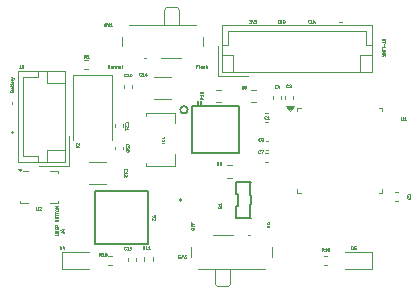
<source format=gbr>
%TF.GenerationSoftware,KiCad,Pcbnew,8.0.5*%
%TF.CreationDate,2025-02-24T18:35:13+02:00*%
%TF.ProjectId,UVCleanPCB,5556436c-6561-46e5-9043-422e6b696361,rev?*%
%TF.SameCoordinates,Original*%
%TF.FileFunction,Legend,Top*%
%TF.FilePolarity,Positive*%
%FSLAX46Y46*%
G04 Gerber Fmt 4.6, Leading zero omitted, Abs format (unit mm)*
G04 Created by KiCad (PCBNEW 8.0.5) date 2025-02-24 18:35:13*
%MOMM*%
%LPD*%
G01*
G04 APERTURE LIST*
%ADD10C,0.050000*%
%ADD11C,0.062500*%
%ADD12C,0.120000*%
%ADD13C,0.203200*%
%ADD14C,0.127000*%
%ADD15C,0.200000*%
%ADD16C,0.100000*%
%ADD17C,0.152400*%
G04 APERTURE END LIST*
D10*
X182842857Y-64423054D02*
X182842857Y-64173054D01*
X182842857Y-64173054D02*
X182985714Y-64423054D01*
X182985714Y-64423054D02*
X182985714Y-64173054D01*
X183140477Y-64423054D02*
X183116667Y-64411150D01*
X183116667Y-64411150D02*
X183104762Y-64399245D01*
X183104762Y-64399245D02*
X183092858Y-64375435D01*
X183092858Y-64375435D02*
X183092858Y-64304007D01*
X183092858Y-64304007D02*
X183104762Y-64280197D01*
X183104762Y-64280197D02*
X183116667Y-64268292D01*
X183116667Y-64268292D02*
X183140477Y-64256388D01*
X183140477Y-64256388D02*
X183176191Y-64256388D01*
X183176191Y-64256388D02*
X183200000Y-64268292D01*
X183200000Y-64268292D02*
X183211905Y-64280197D01*
X183211905Y-64280197D02*
X183223810Y-64304007D01*
X183223810Y-64304007D02*
X183223810Y-64375435D01*
X183223810Y-64375435D02*
X183211905Y-64399245D01*
X183211905Y-64399245D02*
X183200000Y-64411150D01*
X183200000Y-64411150D02*
X183176191Y-64423054D01*
X183176191Y-64423054D02*
X183140477Y-64423054D01*
X183330952Y-64423054D02*
X183330952Y-64256388D01*
X183330952Y-64304007D02*
X183342857Y-64280197D01*
X183342857Y-64280197D02*
X183354762Y-64268292D01*
X183354762Y-64268292D02*
X183378571Y-64256388D01*
X183378571Y-64256388D02*
X183402381Y-64256388D01*
X183485714Y-64423054D02*
X183485714Y-64256388D01*
X183485714Y-64280197D02*
X183497619Y-64268292D01*
X183497619Y-64268292D02*
X183521429Y-64256388D01*
X183521429Y-64256388D02*
X183557143Y-64256388D01*
X183557143Y-64256388D02*
X183580952Y-64268292D01*
X183580952Y-64268292D02*
X183592857Y-64292102D01*
X183592857Y-64292102D02*
X183592857Y-64423054D01*
X183592857Y-64292102D02*
X183604762Y-64268292D01*
X183604762Y-64268292D02*
X183628571Y-64256388D01*
X183628571Y-64256388D02*
X183664286Y-64256388D01*
X183664286Y-64256388D02*
X183688095Y-64268292D01*
X183688095Y-64268292D02*
X183700000Y-64292102D01*
X183700000Y-64292102D02*
X183700000Y-64423054D01*
X183926190Y-64423054D02*
X183926190Y-64292102D01*
X183926190Y-64292102D02*
X183914285Y-64268292D01*
X183914285Y-64268292D02*
X183890476Y-64256388D01*
X183890476Y-64256388D02*
X183842857Y-64256388D01*
X183842857Y-64256388D02*
X183819047Y-64268292D01*
X183926190Y-64411150D02*
X183902381Y-64423054D01*
X183902381Y-64423054D02*
X183842857Y-64423054D01*
X183842857Y-64423054D02*
X183819047Y-64411150D01*
X183819047Y-64411150D02*
X183807143Y-64387340D01*
X183807143Y-64387340D02*
X183807143Y-64363530D01*
X183807143Y-64363530D02*
X183819047Y-64339721D01*
X183819047Y-64339721D02*
X183842857Y-64327816D01*
X183842857Y-64327816D02*
X183902381Y-64327816D01*
X183902381Y-64327816D02*
X183926190Y-64315911D01*
X184080952Y-64423054D02*
X184057142Y-64411150D01*
X184057142Y-64411150D02*
X184045237Y-64387340D01*
X184045237Y-64387340D02*
X184045237Y-64173054D01*
X190452858Y-64252102D02*
X190369524Y-64252102D01*
X190369524Y-64383054D02*
X190369524Y-64133054D01*
X190369524Y-64133054D02*
X190488572Y-64133054D01*
X190619525Y-64383054D02*
X190595715Y-64371150D01*
X190595715Y-64371150D02*
X190583810Y-64347340D01*
X190583810Y-64347340D02*
X190583810Y-64133054D01*
X190821905Y-64383054D02*
X190821905Y-64252102D01*
X190821905Y-64252102D02*
X190810000Y-64228292D01*
X190810000Y-64228292D02*
X190786191Y-64216388D01*
X190786191Y-64216388D02*
X190738572Y-64216388D01*
X190738572Y-64216388D02*
X190714762Y-64228292D01*
X190821905Y-64371150D02*
X190798096Y-64383054D01*
X190798096Y-64383054D02*
X190738572Y-64383054D01*
X190738572Y-64383054D02*
X190714762Y-64371150D01*
X190714762Y-64371150D02*
X190702858Y-64347340D01*
X190702858Y-64347340D02*
X190702858Y-64323530D01*
X190702858Y-64323530D02*
X190714762Y-64299721D01*
X190714762Y-64299721D02*
X190738572Y-64287816D01*
X190738572Y-64287816D02*
X190798096Y-64287816D01*
X190798096Y-64287816D02*
X190821905Y-64275911D01*
X190929048Y-64371150D02*
X190952857Y-64383054D01*
X190952857Y-64383054D02*
X191000476Y-64383054D01*
X191000476Y-64383054D02*
X191024286Y-64371150D01*
X191024286Y-64371150D02*
X191036190Y-64347340D01*
X191036190Y-64347340D02*
X191036190Y-64335435D01*
X191036190Y-64335435D02*
X191024286Y-64311626D01*
X191024286Y-64311626D02*
X191000476Y-64299721D01*
X191000476Y-64299721D02*
X190964762Y-64299721D01*
X190964762Y-64299721D02*
X190940952Y-64287816D01*
X190940952Y-64287816D02*
X190929048Y-64264007D01*
X190929048Y-64264007D02*
X190929048Y-64252102D01*
X190929048Y-64252102D02*
X190940952Y-64228292D01*
X190940952Y-64228292D02*
X190964762Y-64216388D01*
X190964762Y-64216388D02*
X191000476Y-64216388D01*
X191000476Y-64216388D02*
X191024286Y-64228292D01*
X191143333Y-64383054D02*
X191143333Y-64133054D01*
X191250476Y-64383054D02*
X191250476Y-64252102D01*
X191250476Y-64252102D02*
X191238571Y-64228292D01*
X191238571Y-64228292D02*
X191214762Y-64216388D01*
X191214762Y-64216388D02*
X191179048Y-64216388D01*
X191179048Y-64216388D02*
X191155238Y-64228292D01*
X191155238Y-64228292D02*
X191143333Y-64240197D01*
D11*
X179044726Y-78411262D02*
X179044726Y-78292215D01*
X179116154Y-78435072D02*
X178866154Y-78351739D01*
X178866154Y-78351739D02*
X179116154Y-78268405D01*
X178949488Y-78077929D02*
X179116154Y-78077929D01*
X178854250Y-78137453D02*
X179032821Y-78196976D01*
X179032821Y-78196976D02*
X179032821Y-78042215D01*
X189896154Y-78041739D02*
X189896154Y-77994120D01*
X189896154Y-77994120D02*
X189908059Y-77970310D01*
X189908059Y-77970310D02*
X189931869Y-77946501D01*
X189931869Y-77946501D02*
X189979488Y-77934596D01*
X189979488Y-77934596D02*
X190062821Y-77934596D01*
X190062821Y-77934596D02*
X190110440Y-77946501D01*
X190110440Y-77946501D02*
X190134250Y-77970310D01*
X190134250Y-77970310D02*
X190146154Y-77994120D01*
X190146154Y-77994120D02*
X190146154Y-78041739D01*
X190146154Y-78041739D02*
X190134250Y-78065548D01*
X190134250Y-78065548D02*
X190110440Y-78089358D01*
X190110440Y-78089358D02*
X190062821Y-78101262D01*
X190062821Y-78101262D02*
X189979488Y-78101262D01*
X189979488Y-78101262D02*
X189931869Y-78089358D01*
X189931869Y-78089358D02*
X189908059Y-78065548D01*
X189908059Y-78065548D02*
X189896154Y-78041739D01*
X190015202Y-77744119D02*
X190015202Y-77827453D01*
X190146154Y-77827453D02*
X189896154Y-77827453D01*
X189896154Y-77827453D02*
X189896154Y-77708405D01*
X190015202Y-77529833D02*
X190015202Y-77613167D01*
X190146154Y-77613167D02*
X189896154Y-77613167D01*
X189896154Y-77613167D02*
X189896154Y-77494119D01*
X196553845Y-77558260D02*
X196553845Y-77605879D01*
X196553845Y-77605879D02*
X196541940Y-77629689D01*
X196541940Y-77629689D02*
X196518130Y-77653498D01*
X196518130Y-77653498D02*
X196470511Y-77665403D01*
X196470511Y-77665403D02*
X196387178Y-77665403D01*
X196387178Y-77665403D02*
X196339559Y-77653498D01*
X196339559Y-77653498D02*
X196315750Y-77629689D01*
X196315750Y-77629689D02*
X196303845Y-77605879D01*
X196303845Y-77605879D02*
X196303845Y-77558260D01*
X196303845Y-77558260D02*
X196315750Y-77534451D01*
X196315750Y-77534451D02*
X196339559Y-77510641D01*
X196339559Y-77510641D02*
X196387178Y-77498737D01*
X196387178Y-77498737D02*
X196470511Y-77498737D01*
X196470511Y-77498737D02*
X196518130Y-77510641D01*
X196518130Y-77510641D02*
X196541940Y-77534451D01*
X196541940Y-77534451D02*
X196553845Y-77558260D01*
X196303845Y-77772546D02*
X196553845Y-77772546D01*
X196553845Y-77772546D02*
X196303845Y-77915403D01*
X196303845Y-77915403D02*
X196553845Y-77915403D01*
D10*
X190379523Y-67233054D02*
X190379523Y-67435435D01*
X190379523Y-67435435D02*
X190391428Y-67459245D01*
X190391428Y-67459245D02*
X190403333Y-67471150D01*
X190403333Y-67471150D02*
X190427142Y-67483054D01*
X190427142Y-67483054D02*
X190474761Y-67483054D01*
X190474761Y-67483054D02*
X190498571Y-67471150D01*
X190498571Y-67471150D02*
X190510476Y-67459245D01*
X190510476Y-67459245D02*
X190522380Y-67435435D01*
X190522380Y-67435435D02*
X190522380Y-67233054D01*
X190748571Y-67233054D02*
X190700952Y-67233054D01*
X190700952Y-67233054D02*
X190677143Y-67244959D01*
X190677143Y-67244959D02*
X190665238Y-67256864D01*
X190665238Y-67256864D02*
X190641428Y-67292578D01*
X190641428Y-67292578D02*
X190629524Y-67340197D01*
X190629524Y-67340197D02*
X190629524Y-67435435D01*
X190629524Y-67435435D02*
X190641428Y-67459245D01*
X190641428Y-67459245D02*
X190653333Y-67471150D01*
X190653333Y-67471150D02*
X190677143Y-67483054D01*
X190677143Y-67483054D02*
X190724762Y-67483054D01*
X190724762Y-67483054D02*
X190748571Y-67471150D01*
X190748571Y-67471150D02*
X190760476Y-67459245D01*
X190760476Y-67459245D02*
X190772381Y-67435435D01*
X190772381Y-67435435D02*
X190772381Y-67375911D01*
X190772381Y-67375911D02*
X190760476Y-67352102D01*
X190760476Y-67352102D02*
X190748571Y-67340197D01*
X190748571Y-67340197D02*
X190724762Y-67328292D01*
X190724762Y-67328292D02*
X190677143Y-67328292D01*
X190677143Y-67328292D02*
X190653333Y-67340197D01*
X190653333Y-67340197D02*
X190641428Y-67352102D01*
X190641428Y-67352102D02*
X190629524Y-67375911D01*
D11*
X178426154Y-78579358D02*
X178628535Y-78579358D01*
X178628535Y-78579358D02*
X178652345Y-78567453D01*
X178652345Y-78567453D02*
X178664250Y-78555548D01*
X178664250Y-78555548D02*
X178676154Y-78531739D01*
X178676154Y-78531739D02*
X178676154Y-78484120D01*
X178676154Y-78484120D02*
X178664250Y-78460310D01*
X178664250Y-78460310D02*
X178652345Y-78448405D01*
X178652345Y-78448405D02*
X178628535Y-78436501D01*
X178628535Y-78436501D02*
X178426154Y-78436501D01*
X178664250Y-78329357D02*
X178676154Y-78293643D01*
X178676154Y-78293643D02*
X178676154Y-78234119D01*
X178676154Y-78234119D02*
X178664250Y-78210310D01*
X178664250Y-78210310D02*
X178652345Y-78198405D01*
X178652345Y-78198405D02*
X178628535Y-78186500D01*
X178628535Y-78186500D02*
X178604726Y-78186500D01*
X178604726Y-78186500D02*
X178580916Y-78198405D01*
X178580916Y-78198405D02*
X178569011Y-78210310D01*
X178569011Y-78210310D02*
X178557107Y-78234119D01*
X178557107Y-78234119D02*
X178545202Y-78281738D01*
X178545202Y-78281738D02*
X178533297Y-78305548D01*
X178533297Y-78305548D02*
X178521392Y-78317453D01*
X178521392Y-78317453D02*
X178497583Y-78329357D01*
X178497583Y-78329357D02*
X178473773Y-78329357D01*
X178473773Y-78329357D02*
X178449964Y-78317453D01*
X178449964Y-78317453D02*
X178438059Y-78305548D01*
X178438059Y-78305548D02*
X178426154Y-78281738D01*
X178426154Y-78281738D02*
X178426154Y-78222215D01*
X178426154Y-78222215D02*
X178438059Y-78186500D01*
X178545202Y-78079358D02*
X178545202Y-77996024D01*
X178676154Y-77960310D02*
X178676154Y-78079358D01*
X178676154Y-78079358D02*
X178426154Y-78079358D01*
X178426154Y-78079358D02*
X178426154Y-77960310D01*
X178676154Y-77710311D02*
X178557107Y-77793644D01*
X178676154Y-77853168D02*
X178426154Y-77853168D01*
X178426154Y-77853168D02*
X178426154Y-77757930D01*
X178426154Y-77757930D02*
X178438059Y-77734120D01*
X178438059Y-77734120D02*
X178449964Y-77722215D01*
X178449964Y-77722215D02*
X178473773Y-77710311D01*
X178473773Y-77710311D02*
X178509488Y-77710311D01*
X178509488Y-77710311D02*
X178533297Y-77722215D01*
X178533297Y-77722215D02*
X178545202Y-77734120D01*
X178545202Y-77734120D02*
X178557107Y-77757930D01*
X178557107Y-77757930D02*
X178557107Y-77853168D01*
X178545202Y-77329358D02*
X178557107Y-77293644D01*
X178557107Y-77293644D02*
X178569011Y-77281739D01*
X178569011Y-77281739D02*
X178592821Y-77269835D01*
X178592821Y-77269835D02*
X178628535Y-77269835D01*
X178628535Y-77269835D02*
X178652345Y-77281739D01*
X178652345Y-77281739D02*
X178664250Y-77293644D01*
X178664250Y-77293644D02*
X178676154Y-77317454D01*
X178676154Y-77317454D02*
X178676154Y-77412692D01*
X178676154Y-77412692D02*
X178426154Y-77412692D01*
X178426154Y-77412692D02*
X178426154Y-77329358D01*
X178426154Y-77329358D02*
X178438059Y-77305549D01*
X178438059Y-77305549D02*
X178449964Y-77293644D01*
X178449964Y-77293644D02*
X178473773Y-77281739D01*
X178473773Y-77281739D02*
X178497583Y-77281739D01*
X178497583Y-77281739D02*
X178521392Y-77293644D01*
X178521392Y-77293644D02*
X178533297Y-77305549D01*
X178533297Y-77305549D02*
X178545202Y-77329358D01*
X178545202Y-77329358D02*
X178545202Y-77412692D01*
X178426154Y-77162692D02*
X178628535Y-77162692D01*
X178628535Y-77162692D02*
X178652345Y-77150787D01*
X178652345Y-77150787D02*
X178664250Y-77138882D01*
X178664250Y-77138882D02*
X178676154Y-77115073D01*
X178676154Y-77115073D02*
X178676154Y-77067454D01*
X178676154Y-77067454D02*
X178664250Y-77043644D01*
X178664250Y-77043644D02*
X178652345Y-77031739D01*
X178652345Y-77031739D02*
X178628535Y-77019835D01*
X178628535Y-77019835D02*
X178426154Y-77019835D01*
X178426154Y-76936501D02*
X178426154Y-76793644D01*
X178676154Y-76865072D02*
X178426154Y-76865072D01*
X178426154Y-76746025D02*
X178426154Y-76603168D01*
X178676154Y-76674596D02*
X178426154Y-76674596D01*
X178426154Y-76472216D02*
X178426154Y-76424597D01*
X178426154Y-76424597D02*
X178438059Y-76400787D01*
X178438059Y-76400787D02*
X178461869Y-76376978D01*
X178461869Y-76376978D02*
X178509488Y-76365073D01*
X178509488Y-76365073D02*
X178592821Y-76365073D01*
X178592821Y-76365073D02*
X178640440Y-76376978D01*
X178640440Y-76376978D02*
X178664250Y-76400787D01*
X178664250Y-76400787D02*
X178676154Y-76424597D01*
X178676154Y-76424597D02*
X178676154Y-76472216D01*
X178676154Y-76472216D02*
X178664250Y-76496025D01*
X178664250Y-76496025D02*
X178640440Y-76519835D01*
X178640440Y-76519835D02*
X178592821Y-76531739D01*
X178592821Y-76531739D02*
X178509488Y-76531739D01*
X178509488Y-76531739D02*
X178461869Y-76519835D01*
X178461869Y-76519835D02*
X178438059Y-76496025D01*
X178438059Y-76496025D02*
X178426154Y-76472216D01*
X178676154Y-76257930D02*
X178426154Y-76257930D01*
X178426154Y-76257930D02*
X178676154Y-76115073D01*
X178676154Y-76115073D02*
X178426154Y-76115073D01*
X206125750Y-61938737D02*
X206113845Y-61974451D01*
X206113845Y-61974451D02*
X206113845Y-62033975D01*
X206113845Y-62033975D02*
X206125750Y-62057784D01*
X206125750Y-62057784D02*
X206137654Y-62069689D01*
X206137654Y-62069689D02*
X206161464Y-62081594D01*
X206161464Y-62081594D02*
X206185273Y-62081594D01*
X206185273Y-62081594D02*
X206209083Y-62069689D01*
X206209083Y-62069689D02*
X206220988Y-62057784D01*
X206220988Y-62057784D02*
X206232892Y-62033975D01*
X206232892Y-62033975D02*
X206244797Y-61986356D01*
X206244797Y-61986356D02*
X206256702Y-61962546D01*
X206256702Y-61962546D02*
X206268607Y-61950641D01*
X206268607Y-61950641D02*
X206292416Y-61938737D01*
X206292416Y-61938737D02*
X206316226Y-61938737D01*
X206316226Y-61938737D02*
X206340035Y-61950641D01*
X206340035Y-61950641D02*
X206351940Y-61962546D01*
X206351940Y-61962546D02*
X206363845Y-61986356D01*
X206363845Y-61986356D02*
X206363845Y-62045879D01*
X206363845Y-62045879D02*
X206351940Y-62081594D01*
X206363845Y-62153022D02*
X206363845Y-62295879D01*
X206113845Y-62224451D02*
X206363845Y-62224451D01*
X206209083Y-62379212D02*
X206209083Y-62569689D01*
X206113845Y-62807784D02*
X206113845Y-62688736D01*
X206113845Y-62688736D02*
X206363845Y-62688736D01*
X206113845Y-62891117D02*
X206363845Y-62891117D01*
X206113845Y-63010165D02*
X206363845Y-63010165D01*
X206363845Y-63010165D02*
X206113845Y-63153022D01*
X206113845Y-63153022D02*
X206363845Y-63153022D01*
X206113845Y-63272070D02*
X206363845Y-63272070D01*
X206113845Y-63414927D02*
X206256702Y-63307785D01*
X206363845Y-63414927D02*
X206220988Y-63272070D01*
X174735202Y-66346024D02*
X174747107Y-66310310D01*
X174747107Y-66310310D02*
X174759011Y-66298405D01*
X174759011Y-66298405D02*
X174782821Y-66286501D01*
X174782821Y-66286501D02*
X174818535Y-66286501D01*
X174818535Y-66286501D02*
X174842345Y-66298405D01*
X174842345Y-66298405D02*
X174854250Y-66310310D01*
X174854250Y-66310310D02*
X174866154Y-66334120D01*
X174866154Y-66334120D02*
X174866154Y-66429358D01*
X174866154Y-66429358D02*
X174616154Y-66429358D01*
X174616154Y-66429358D02*
X174616154Y-66346024D01*
X174616154Y-66346024D02*
X174628059Y-66322215D01*
X174628059Y-66322215D02*
X174639964Y-66310310D01*
X174639964Y-66310310D02*
X174663773Y-66298405D01*
X174663773Y-66298405D02*
X174687583Y-66298405D01*
X174687583Y-66298405D02*
X174711392Y-66310310D01*
X174711392Y-66310310D02*
X174723297Y-66322215D01*
X174723297Y-66322215D02*
X174735202Y-66346024D01*
X174735202Y-66346024D02*
X174735202Y-66429358D01*
X174866154Y-66072215D02*
X174735202Y-66072215D01*
X174735202Y-66072215D02*
X174711392Y-66084120D01*
X174711392Y-66084120D02*
X174699488Y-66107929D01*
X174699488Y-66107929D02*
X174699488Y-66155548D01*
X174699488Y-66155548D02*
X174711392Y-66179358D01*
X174854250Y-66072215D02*
X174866154Y-66096024D01*
X174866154Y-66096024D02*
X174866154Y-66155548D01*
X174866154Y-66155548D02*
X174854250Y-66179358D01*
X174854250Y-66179358D02*
X174830440Y-66191262D01*
X174830440Y-66191262D02*
X174806630Y-66191262D01*
X174806630Y-66191262D02*
X174782821Y-66179358D01*
X174782821Y-66179358D02*
X174770916Y-66155548D01*
X174770916Y-66155548D02*
X174770916Y-66096024D01*
X174770916Y-66096024D02*
X174759011Y-66072215D01*
X174699488Y-65988882D02*
X174699488Y-65893644D01*
X174616154Y-65953168D02*
X174830440Y-65953168D01*
X174830440Y-65953168D02*
X174854250Y-65941263D01*
X174854250Y-65941263D02*
X174866154Y-65917453D01*
X174866154Y-65917453D02*
X174866154Y-65893644D01*
X174699488Y-65846025D02*
X174699488Y-65750787D01*
X174616154Y-65810311D02*
X174830440Y-65810311D01*
X174830440Y-65810311D02*
X174854250Y-65798406D01*
X174854250Y-65798406D02*
X174866154Y-65774596D01*
X174866154Y-65774596D02*
X174866154Y-65750787D01*
X174854250Y-65572216D02*
X174866154Y-65596025D01*
X174866154Y-65596025D02*
X174866154Y-65643644D01*
X174866154Y-65643644D02*
X174854250Y-65667454D01*
X174854250Y-65667454D02*
X174830440Y-65679358D01*
X174830440Y-65679358D02*
X174735202Y-65679358D01*
X174735202Y-65679358D02*
X174711392Y-65667454D01*
X174711392Y-65667454D02*
X174699488Y-65643644D01*
X174699488Y-65643644D02*
X174699488Y-65596025D01*
X174699488Y-65596025D02*
X174711392Y-65572216D01*
X174711392Y-65572216D02*
X174735202Y-65560311D01*
X174735202Y-65560311D02*
X174759011Y-65560311D01*
X174759011Y-65560311D02*
X174782821Y-65679358D01*
X174866154Y-65453168D02*
X174699488Y-65453168D01*
X174747107Y-65453168D02*
X174723297Y-65441263D01*
X174723297Y-65441263D02*
X174711392Y-65429358D01*
X174711392Y-65429358D02*
X174699488Y-65405549D01*
X174699488Y-65405549D02*
X174699488Y-65381739D01*
X174699488Y-65322215D02*
X174866154Y-65262691D01*
X174699488Y-65203168D02*
X174866154Y-65262691D01*
X174866154Y-65262691D02*
X174925678Y-65286501D01*
X174925678Y-65286501D02*
X174937583Y-65298406D01*
X174937583Y-65298406D02*
X174949488Y-65322215D01*
X174780916Y-69919358D02*
X174780916Y-69728882D01*
X174876154Y-69824120D02*
X174685678Y-69824120D01*
X174780916Y-67489358D02*
X174780916Y-67298882D01*
X194806832Y-60356154D02*
X194961594Y-60356154D01*
X194961594Y-60356154D02*
X194878260Y-60451392D01*
X194878260Y-60451392D02*
X194913975Y-60451392D01*
X194913975Y-60451392D02*
X194937784Y-60463297D01*
X194937784Y-60463297D02*
X194949689Y-60475202D01*
X194949689Y-60475202D02*
X194961594Y-60499011D01*
X194961594Y-60499011D02*
X194961594Y-60558535D01*
X194961594Y-60558535D02*
X194949689Y-60582345D01*
X194949689Y-60582345D02*
X194937784Y-60594250D01*
X194937784Y-60594250D02*
X194913975Y-60606154D01*
X194913975Y-60606154D02*
X194842546Y-60606154D01*
X194842546Y-60606154D02*
X194818737Y-60594250D01*
X194818737Y-60594250D02*
X194806832Y-60582345D01*
X195033022Y-60356154D02*
X195116355Y-60606154D01*
X195116355Y-60606154D02*
X195199689Y-60356154D01*
X195259213Y-60356154D02*
X195413975Y-60356154D01*
X195413975Y-60356154D02*
X195330641Y-60451392D01*
X195330641Y-60451392D02*
X195366356Y-60451392D01*
X195366356Y-60451392D02*
X195390165Y-60463297D01*
X195390165Y-60463297D02*
X195402070Y-60475202D01*
X195402070Y-60475202D02*
X195413975Y-60499011D01*
X195413975Y-60499011D02*
X195413975Y-60558535D01*
X195413975Y-60558535D02*
X195402070Y-60582345D01*
X195402070Y-60582345D02*
X195390165Y-60594250D01*
X195390165Y-60594250D02*
X195366356Y-60606154D01*
X195366356Y-60606154D02*
X195294927Y-60606154D01*
X195294927Y-60606154D02*
X195271118Y-60594250D01*
X195271118Y-60594250D02*
X195259213Y-60582345D01*
X197310641Y-60586154D02*
X197310641Y-60336154D01*
X197310641Y-60336154D02*
X197370165Y-60336154D01*
X197370165Y-60336154D02*
X197405879Y-60348059D01*
X197405879Y-60348059D02*
X197429689Y-60371869D01*
X197429689Y-60371869D02*
X197441594Y-60395678D01*
X197441594Y-60395678D02*
X197453498Y-60443297D01*
X197453498Y-60443297D02*
X197453498Y-60479011D01*
X197453498Y-60479011D02*
X197441594Y-60526630D01*
X197441594Y-60526630D02*
X197429689Y-60550440D01*
X197429689Y-60550440D02*
X197405879Y-60574250D01*
X197405879Y-60574250D02*
X197370165Y-60586154D01*
X197370165Y-60586154D02*
X197310641Y-60586154D01*
X197560641Y-60586154D02*
X197560641Y-60336154D01*
X197727308Y-60336154D02*
X197774927Y-60336154D01*
X197774927Y-60336154D02*
X197798737Y-60348059D01*
X197798737Y-60348059D02*
X197822546Y-60371869D01*
X197822546Y-60371869D02*
X197834451Y-60419488D01*
X197834451Y-60419488D02*
X197834451Y-60502821D01*
X197834451Y-60502821D02*
X197822546Y-60550440D01*
X197822546Y-60550440D02*
X197798737Y-60574250D01*
X197798737Y-60574250D02*
X197774927Y-60586154D01*
X197774927Y-60586154D02*
X197727308Y-60586154D01*
X197727308Y-60586154D02*
X197703499Y-60574250D01*
X197703499Y-60574250D02*
X197679689Y-60550440D01*
X197679689Y-60550440D02*
X197667785Y-60502821D01*
X197667785Y-60502821D02*
X197667785Y-60419488D01*
X197667785Y-60419488D02*
X197679689Y-60371869D01*
X197679689Y-60371869D02*
X197703499Y-60348059D01*
X197703499Y-60348059D02*
X197727308Y-60336154D01*
X199963498Y-60582345D02*
X199951594Y-60594250D01*
X199951594Y-60594250D02*
X199915879Y-60606154D01*
X199915879Y-60606154D02*
X199892070Y-60606154D01*
X199892070Y-60606154D02*
X199856356Y-60594250D01*
X199856356Y-60594250D02*
X199832546Y-60570440D01*
X199832546Y-60570440D02*
X199820641Y-60546630D01*
X199820641Y-60546630D02*
X199808737Y-60499011D01*
X199808737Y-60499011D02*
X199808737Y-60463297D01*
X199808737Y-60463297D02*
X199820641Y-60415678D01*
X199820641Y-60415678D02*
X199832546Y-60391869D01*
X199832546Y-60391869D02*
X199856356Y-60368059D01*
X199856356Y-60368059D02*
X199892070Y-60356154D01*
X199892070Y-60356154D02*
X199915879Y-60356154D01*
X199915879Y-60356154D02*
X199951594Y-60368059D01*
X199951594Y-60368059D02*
X199963498Y-60379964D01*
X200189689Y-60606154D02*
X200070641Y-60606154D01*
X200070641Y-60606154D02*
X200070641Y-60356154D01*
X200273022Y-60606154D02*
X200273022Y-60356154D01*
X200415879Y-60606154D02*
X200308737Y-60463297D01*
X200415879Y-60356154D02*
X200273022Y-60499011D01*
X202470641Y-60490916D02*
X202661118Y-60490916D01*
D10*
X184399285Y-65119245D02*
X184387381Y-65131150D01*
X184387381Y-65131150D02*
X184351666Y-65143054D01*
X184351666Y-65143054D02*
X184327857Y-65143054D01*
X184327857Y-65143054D02*
X184292143Y-65131150D01*
X184292143Y-65131150D02*
X184268333Y-65107340D01*
X184268333Y-65107340D02*
X184256428Y-65083530D01*
X184256428Y-65083530D02*
X184244524Y-65035911D01*
X184244524Y-65035911D02*
X184244524Y-65000197D01*
X184244524Y-65000197D02*
X184256428Y-64952578D01*
X184256428Y-64952578D02*
X184268333Y-64928769D01*
X184268333Y-64928769D02*
X184292143Y-64904959D01*
X184292143Y-64904959D02*
X184327857Y-64893054D01*
X184327857Y-64893054D02*
X184351666Y-64893054D01*
X184351666Y-64893054D02*
X184387381Y-64904959D01*
X184387381Y-64904959D02*
X184399285Y-64916864D01*
X184637381Y-65143054D02*
X184494524Y-65143054D01*
X184565952Y-65143054D02*
X184565952Y-64893054D01*
X184565952Y-64893054D02*
X184542143Y-64928769D01*
X184542143Y-64928769D02*
X184518333Y-64952578D01*
X184518333Y-64952578D02*
X184494524Y-64964483D01*
X184792142Y-64893054D02*
X184815952Y-64893054D01*
X184815952Y-64893054D02*
X184839761Y-64904959D01*
X184839761Y-64904959D02*
X184851666Y-64916864D01*
X184851666Y-64916864D02*
X184863571Y-64940673D01*
X184863571Y-64940673D02*
X184875476Y-64988292D01*
X184875476Y-64988292D02*
X184875476Y-65047816D01*
X184875476Y-65047816D02*
X184863571Y-65095435D01*
X184863571Y-65095435D02*
X184851666Y-65119245D01*
X184851666Y-65119245D02*
X184839761Y-65131150D01*
X184839761Y-65131150D02*
X184815952Y-65143054D01*
X184815952Y-65143054D02*
X184792142Y-65143054D01*
X184792142Y-65143054D02*
X184768333Y-65131150D01*
X184768333Y-65131150D02*
X184756428Y-65119245D01*
X184756428Y-65119245D02*
X184744523Y-65095435D01*
X184744523Y-65095435D02*
X184732619Y-65047816D01*
X184732619Y-65047816D02*
X184732619Y-64988292D01*
X184732619Y-64988292D02*
X184744523Y-64940673D01*
X184744523Y-64940673D02*
X184756428Y-64916864D01*
X184756428Y-64916864D02*
X184768333Y-64904959D01*
X184768333Y-64904959D02*
X184792142Y-64893054D01*
X178795476Y-79783054D02*
X178795476Y-79533054D01*
X178795476Y-79533054D02*
X178855000Y-79533054D01*
X178855000Y-79533054D02*
X178890714Y-79544959D01*
X178890714Y-79544959D02*
X178914524Y-79568769D01*
X178914524Y-79568769D02*
X178926429Y-79592578D01*
X178926429Y-79592578D02*
X178938333Y-79640197D01*
X178938333Y-79640197D02*
X178938333Y-79675911D01*
X178938333Y-79675911D02*
X178926429Y-79723530D01*
X178926429Y-79723530D02*
X178914524Y-79747340D01*
X178914524Y-79747340D02*
X178890714Y-79771150D01*
X178890714Y-79771150D02*
X178855000Y-79783054D01*
X178855000Y-79783054D02*
X178795476Y-79783054D01*
X179152619Y-79616388D02*
X179152619Y-79783054D01*
X179093095Y-79521150D02*
X179033572Y-79699721D01*
X179033572Y-79699721D02*
X179188333Y-79699721D01*
X195768333Y-70579245D02*
X195756429Y-70591150D01*
X195756429Y-70591150D02*
X195720714Y-70603054D01*
X195720714Y-70603054D02*
X195696905Y-70603054D01*
X195696905Y-70603054D02*
X195661191Y-70591150D01*
X195661191Y-70591150D02*
X195637381Y-70567340D01*
X195637381Y-70567340D02*
X195625476Y-70543530D01*
X195625476Y-70543530D02*
X195613572Y-70495911D01*
X195613572Y-70495911D02*
X195613572Y-70460197D01*
X195613572Y-70460197D02*
X195625476Y-70412578D01*
X195625476Y-70412578D02*
X195637381Y-70388769D01*
X195637381Y-70388769D02*
X195661191Y-70364959D01*
X195661191Y-70364959D02*
X195696905Y-70353054D01*
X195696905Y-70353054D02*
X195720714Y-70353054D01*
X195720714Y-70353054D02*
X195756429Y-70364959D01*
X195756429Y-70364959D02*
X195768333Y-70376864D01*
X195887381Y-70603054D02*
X195935000Y-70603054D01*
X195935000Y-70603054D02*
X195958810Y-70591150D01*
X195958810Y-70591150D02*
X195970714Y-70579245D01*
X195970714Y-70579245D02*
X195994524Y-70543530D01*
X195994524Y-70543530D02*
X196006429Y-70495911D01*
X196006429Y-70495911D02*
X196006429Y-70400673D01*
X196006429Y-70400673D02*
X195994524Y-70376864D01*
X195994524Y-70376864D02*
X195982619Y-70364959D01*
X195982619Y-70364959D02*
X195958810Y-70353054D01*
X195958810Y-70353054D02*
X195911191Y-70353054D01*
X195911191Y-70353054D02*
X195887381Y-70364959D01*
X195887381Y-70364959D02*
X195875476Y-70376864D01*
X195875476Y-70376864D02*
X195863572Y-70400673D01*
X195863572Y-70400673D02*
X195863572Y-70460197D01*
X195863572Y-70460197D02*
X195875476Y-70484007D01*
X195875476Y-70484007D02*
X195887381Y-70495911D01*
X195887381Y-70495911D02*
X195911191Y-70507816D01*
X195911191Y-70507816D02*
X195958810Y-70507816D01*
X195958810Y-70507816D02*
X195982619Y-70495911D01*
X195982619Y-70495911D02*
X195994524Y-70484007D01*
X195994524Y-70484007D02*
X196006429Y-70460197D01*
X192486864Y-76113809D02*
X192474959Y-76137619D01*
X192474959Y-76137619D02*
X192451150Y-76161428D01*
X192451150Y-76161428D02*
X192415435Y-76197142D01*
X192415435Y-76197142D02*
X192403530Y-76220952D01*
X192403530Y-76220952D02*
X192403530Y-76244761D01*
X192463054Y-76232857D02*
X192451150Y-76256666D01*
X192451150Y-76256666D02*
X192427340Y-76280476D01*
X192427340Y-76280476D02*
X192379721Y-76292380D01*
X192379721Y-76292380D02*
X192296388Y-76292380D01*
X192296388Y-76292380D02*
X192248769Y-76280476D01*
X192248769Y-76280476D02*
X192224959Y-76256666D01*
X192224959Y-76256666D02*
X192213054Y-76232857D01*
X192213054Y-76232857D02*
X192213054Y-76185238D01*
X192213054Y-76185238D02*
X192224959Y-76161428D01*
X192224959Y-76161428D02*
X192248769Y-76137619D01*
X192248769Y-76137619D02*
X192296388Y-76125714D01*
X192296388Y-76125714D02*
X192379721Y-76125714D01*
X192379721Y-76125714D02*
X192427340Y-76137619D01*
X192427340Y-76137619D02*
X192451150Y-76161428D01*
X192451150Y-76161428D02*
X192463054Y-76185238D01*
X192463054Y-76185238D02*
X192463054Y-76232857D01*
X192463054Y-75887618D02*
X192463054Y-76030475D01*
X192463054Y-75959047D02*
X192213054Y-75959047D01*
X192213054Y-75959047D02*
X192248769Y-75982856D01*
X192248769Y-75982856D02*
X192272578Y-76006666D01*
X192272578Y-76006666D02*
X192284483Y-76030475D01*
X198118333Y-66039245D02*
X198106429Y-66051150D01*
X198106429Y-66051150D02*
X198070714Y-66063054D01*
X198070714Y-66063054D02*
X198046905Y-66063054D01*
X198046905Y-66063054D02*
X198011191Y-66051150D01*
X198011191Y-66051150D02*
X197987381Y-66027340D01*
X197987381Y-66027340D02*
X197975476Y-66003530D01*
X197975476Y-66003530D02*
X197963572Y-65955911D01*
X197963572Y-65955911D02*
X197963572Y-65920197D01*
X197963572Y-65920197D02*
X197975476Y-65872578D01*
X197975476Y-65872578D02*
X197987381Y-65848769D01*
X197987381Y-65848769D02*
X198011191Y-65824959D01*
X198011191Y-65824959D02*
X198046905Y-65813054D01*
X198046905Y-65813054D02*
X198070714Y-65813054D01*
X198070714Y-65813054D02*
X198106429Y-65824959D01*
X198106429Y-65824959D02*
X198118333Y-65836864D01*
X198213572Y-65836864D02*
X198225476Y-65824959D01*
X198225476Y-65824959D02*
X198249286Y-65813054D01*
X198249286Y-65813054D02*
X198308810Y-65813054D01*
X198308810Y-65813054D02*
X198332619Y-65824959D01*
X198332619Y-65824959D02*
X198344524Y-65836864D01*
X198344524Y-65836864D02*
X198356429Y-65860673D01*
X198356429Y-65860673D02*
X198356429Y-65884483D01*
X198356429Y-65884483D02*
X198344524Y-65920197D01*
X198344524Y-65920197D02*
X198201667Y-66063054D01*
X198201667Y-66063054D02*
X198356429Y-66063054D01*
X184260754Y-73139285D02*
X184248850Y-73127381D01*
X184248850Y-73127381D02*
X184236945Y-73091666D01*
X184236945Y-73091666D02*
X184236945Y-73067857D01*
X184236945Y-73067857D02*
X184248850Y-73032143D01*
X184248850Y-73032143D02*
X184272659Y-73008333D01*
X184272659Y-73008333D02*
X184296469Y-72996428D01*
X184296469Y-72996428D02*
X184344088Y-72984524D01*
X184344088Y-72984524D02*
X184379802Y-72984524D01*
X184379802Y-72984524D02*
X184427421Y-72996428D01*
X184427421Y-72996428D02*
X184451230Y-73008333D01*
X184451230Y-73008333D02*
X184475040Y-73032143D01*
X184475040Y-73032143D02*
X184486945Y-73067857D01*
X184486945Y-73067857D02*
X184486945Y-73091666D01*
X184486945Y-73091666D02*
X184475040Y-73127381D01*
X184475040Y-73127381D02*
X184463135Y-73139285D01*
X184236945Y-73377381D02*
X184236945Y-73234524D01*
X184236945Y-73305952D02*
X184486945Y-73305952D01*
X184486945Y-73305952D02*
X184451230Y-73282143D01*
X184451230Y-73282143D02*
X184427421Y-73258333D01*
X184427421Y-73258333D02*
X184415516Y-73234524D01*
X184463135Y-73472619D02*
X184475040Y-73484523D01*
X184475040Y-73484523D02*
X184486945Y-73508333D01*
X184486945Y-73508333D02*
X184486945Y-73567857D01*
X184486945Y-73567857D02*
X184475040Y-73591666D01*
X184475040Y-73591666D02*
X184463135Y-73603571D01*
X184463135Y-73603571D02*
X184439326Y-73615476D01*
X184439326Y-73615476D02*
X184415516Y-73615476D01*
X184415516Y-73615476D02*
X184379802Y-73603571D01*
X184379802Y-73603571D02*
X184236945Y-73460714D01*
X184236945Y-73460714D02*
X184236945Y-73615476D01*
X208240754Y-75258333D02*
X208228850Y-75246429D01*
X208228850Y-75246429D02*
X208216945Y-75210714D01*
X208216945Y-75210714D02*
X208216945Y-75186905D01*
X208216945Y-75186905D02*
X208228850Y-75151191D01*
X208228850Y-75151191D02*
X208252659Y-75127381D01*
X208252659Y-75127381D02*
X208276469Y-75115476D01*
X208276469Y-75115476D02*
X208324088Y-75103572D01*
X208324088Y-75103572D02*
X208359802Y-75103572D01*
X208359802Y-75103572D02*
X208407421Y-75115476D01*
X208407421Y-75115476D02*
X208431230Y-75127381D01*
X208431230Y-75127381D02*
X208455040Y-75151191D01*
X208455040Y-75151191D02*
X208466945Y-75186905D01*
X208466945Y-75186905D02*
X208466945Y-75210714D01*
X208466945Y-75210714D02*
X208455040Y-75246429D01*
X208455040Y-75246429D02*
X208443135Y-75258333D01*
X208466945Y-75341667D02*
X208466945Y-75496429D01*
X208466945Y-75496429D02*
X208371707Y-75413095D01*
X208371707Y-75413095D02*
X208371707Y-75448810D01*
X208371707Y-75448810D02*
X208359802Y-75472619D01*
X208359802Y-75472619D02*
X208347897Y-75484524D01*
X208347897Y-75484524D02*
X208324088Y-75496429D01*
X208324088Y-75496429D02*
X208264564Y-75496429D01*
X208264564Y-75496429D02*
X208240754Y-75484524D01*
X208240754Y-75484524D02*
X208228850Y-75472619D01*
X208228850Y-75472619D02*
X208216945Y-75448810D01*
X208216945Y-75448810D02*
X208216945Y-75377381D01*
X208216945Y-75377381D02*
X208228850Y-75353572D01*
X208228850Y-75353572D02*
X208240754Y-75341667D01*
X184379285Y-79769245D02*
X184367381Y-79781150D01*
X184367381Y-79781150D02*
X184331666Y-79793054D01*
X184331666Y-79793054D02*
X184307857Y-79793054D01*
X184307857Y-79793054D02*
X184272143Y-79781150D01*
X184272143Y-79781150D02*
X184248333Y-79757340D01*
X184248333Y-79757340D02*
X184236428Y-79733530D01*
X184236428Y-79733530D02*
X184224524Y-79685911D01*
X184224524Y-79685911D02*
X184224524Y-79650197D01*
X184224524Y-79650197D02*
X184236428Y-79602578D01*
X184236428Y-79602578D02*
X184248333Y-79578769D01*
X184248333Y-79578769D02*
X184272143Y-79554959D01*
X184272143Y-79554959D02*
X184307857Y-79543054D01*
X184307857Y-79543054D02*
X184331666Y-79543054D01*
X184331666Y-79543054D02*
X184367381Y-79554959D01*
X184367381Y-79554959D02*
X184379285Y-79566864D01*
X184617381Y-79793054D02*
X184474524Y-79793054D01*
X184545952Y-79793054D02*
X184545952Y-79543054D01*
X184545952Y-79543054D02*
X184522143Y-79578769D01*
X184522143Y-79578769D02*
X184498333Y-79602578D01*
X184498333Y-79602578D02*
X184474524Y-79614483D01*
X184736428Y-79793054D02*
X184784047Y-79793054D01*
X184784047Y-79793054D02*
X184807857Y-79781150D01*
X184807857Y-79781150D02*
X184819761Y-79769245D01*
X184819761Y-79769245D02*
X184843571Y-79733530D01*
X184843571Y-79733530D02*
X184855476Y-79685911D01*
X184855476Y-79685911D02*
X184855476Y-79590673D01*
X184855476Y-79590673D02*
X184843571Y-79566864D01*
X184843571Y-79566864D02*
X184831666Y-79554959D01*
X184831666Y-79554959D02*
X184807857Y-79543054D01*
X184807857Y-79543054D02*
X184760238Y-79543054D01*
X184760238Y-79543054D02*
X184736428Y-79554959D01*
X184736428Y-79554959D02*
X184724523Y-79566864D01*
X184724523Y-79566864D02*
X184712619Y-79590673D01*
X184712619Y-79590673D02*
X184712619Y-79650197D01*
X184712619Y-79650197D02*
X184724523Y-79674007D01*
X184724523Y-79674007D02*
X184736428Y-79685911D01*
X184736428Y-79685911D02*
X184760238Y-79697816D01*
X184760238Y-79697816D02*
X184807857Y-79697816D01*
X184807857Y-79697816D02*
X184831666Y-79685911D01*
X184831666Y-79685911D02*
X184843571Y-79674007D01*
X184843571Y-79674007D02*
X184855476Y-79650197D01*
X182279285Y-80313054D02*
X182195952Y-80194007D01*
X182136428Y-80313054D02*
X182136428Y-80063054D01*
X182136428Y-80063054D02*
X182231666Y-80063054D01*
X182231666Y-80063054D02*
X182255476Y-80074959D01*
X182255476Y-80074959D02*
X182267381Y-80086864D01*
X182267381Y-80086864D02*
X182279285Y-80110673D01*
X182279285Y-80110673D02*
X182279285Y-80146388D01*
X182279285Y-80146388D02*
X182267381Y-80170197D01*
X182267381Y-80170197D02*
X182255476Y-80182102D01*
X182255476Y-80182102D02*
X182231666Y-80194007D01*
X182231666Y-80194007D02*
X182136428Y-80194007D01*
X182517381Y-80313054D02*
X182374524Y-80313054D01*
X182445952Y-80313054D02*
X182445952Y-80063054D01*
X182445952Y-80063054D02*
X182422143Y-80098769D01*
X182422143Y-80098769D02*
X182398333Y-80122578D01*
X182398333Y-80122578D02*
X182374524Y-80134483D01*
X182743571Y-80063054D02*
X182624523Y-80063054D01*
X182624523Y-80063054D02*
X182612619Y-80182102D01*
X182612619Y-80182102D02*
X182624523Y-80170197D01*
X182624523Y-80170197D02*
X182648333Y-80158292D01*
X182648333Y-80158292D02*
X182707857Y-80158292D01*
X182707857Y-80158292D02*
X182731666Y-80170197D01*
X182731666Y-80170197D02*
X182743571Y-80182102D01*
X182743571Y-80182102D02*
X182755476Y-80205911D01*
X182755476Y-80205911D02*
X182755476Y-80265435D01*
X182755476Y-80265435D02*
X182743571Y-80289245D01*
X182743571Y-80289245D02*
X182731666Y-80301150D01*
X182731666Y-80301150D02*
X182707857Y-80313054D01*
X182707857Y-80313054D02*
X182648333Y-80313054D01*
X182648333Y-80313054D02*
X182624523Y-80301150D01*
X182624523Y-80301150D02*
X182612619Y-80289245D01*
X194328333Y-66163054D02*
X194245000Y-66044007D01*
X194185476Y-66163054D02*
X194185476Y-65913054D01*
X194185476Y-65913054D02*
X194280714Y-65913054D01*
X194280714Y-65913054D02*
X194304524Y-65924959D01*
X194304524Y-65924959D02*
X194316429Y-65936864D01*
X194316429Y-65936864D02*
X194328333Y-65960673D01*
X194328333Y-65960673D02*
X194328333Y-65996388D01*
X194328333Y-65996388D02*
X194316429Y-66020197D01*
X194316429Y-66020197D02*
X194304524Y-66032102D01*
X194304524Y-66032102D02*
X194280714Y-66044007D01*
X194280714Y-66044007D02*
X194185476Y-66044007D01*
X194471191Y-66020197D02*
X194447381Y-66008292D01*
X194447381Y-66008292D02*
X194435476Y-65996388D01*
X194435476Y-65996388D02*
X194423572Y-65972578D01*
X194423572Y-65972578D02*
X194423572Y-65960673D01*
X194423572Y-65960673D02*
X194435476Y-65936864D01*
X194435476Y-65936864D02*
X194447381Y-65924959D01*
X194447381Y-65924959D02*
X194471191Y-65913054D01*
X194471191Y-65913054D02*
X194518810Y-65913054D01*
X194518810Y-65913054D02*
X194542619Y-65924959D01*
X194542619Y-65924959D02*
X194554524Y-65936864D01*
X194554524Y-65936864D02*
X194566429Y-65960673D01*
X194566429Y-65960673D02*
X194566429Y-65972578D01*
X194566429Y-65972578D02*
X194554524Y-65996388D01*
X194554524Y-65996388D02*
X194542619Y-66008292D01*
X194542619Y-66008292D02*
X194518810Y-66020197D01*
X194518810Y-66020197D02*
X194471191Y-66020197D01*
X194471191Y-66020197D02*
X194447381Y-66032102D01*
X194447381Y-66032102D02*
X194435476Y-66044007D01*
X194435476Y-66044007D02*
X194423572Y-66067816D01*
X194423572Y-66067816D02*
X194423572Y-66115435D01*
X194423572Y-66115435D02*
X194435476Y-66139245D01*
X194435476Y-66139245D02*
X194447381Y-66151150D01*
X194447381Y-66151150D02*
X194471191Y-66163054D01*
X194471191Y-66163054D02*
X194518810Y-66163054D01*
X194518810Y-66163054D02*
X194542619Y-66151150D01*
X194542619Y-66151150D02*
X194554524Y-66139245D01*
X194554524Y-66139245D02*
X194566429Y-66115435D01*
X194566429Y-66115435D02*
X194566429Y-66067816D01*
X194566429Y-66067816D02*
X194554524Y-66044007D01*
X194554524Y-66044007D02*
X194542619Y-66032102D01*
X194542619Y-66032102D02*
X194518810Y-66020197D01*
X185969285Y-79743054D02*
X185885952Y-79624007D01*
X185826428Y-79743054D02*
X185826428Y-79493054D01*
X185826428Y-79493054D02*
X185921666Y-79493054D01*
X185921666Y-79493054D02*
X185945476Y-79504959D01*
X185945476Y-79504959D02*
X185957381Y-79516864D01*
X185957381Y-79516864D02*
X185969285Y-79540673D01*
X185969285Y-79540673D02*
X185969285Y-79576388D01*
X185969285Y-79576388D02*
X185957381Y-79600197D01*
X185957381Y-79600197D02*
X185945476Y-79612102D01*
X185945476Y-79612102D02*
X185921666Y-79624007D01*
X185921666Y-79624007D02*
X185826428Y-79624007D01*
X186207381Y-79743054D02*
X186064524Y-79743054D01*
X186135952Y-79743054D02*
X186135952Y-79493054D01*
X186135952Y-79493054D02*
X186112143Y-79528769D01*
X186112143Y-79528769D02*
X186088333Y-79552578D01*
X186088333Y-79552578D02*
X186064524Y-79564483D01*
X186445476Y-79743054D02*
X186302619Y-79743054D01*
X186374047Y-79743054D02*
X186374047Y-79493054D01*
X186374047Y-79493054D02*
X186350238Y-79528769D01*
X186350238Y-79528769D02*
X186326428Y-79552578D01*
X186326428Y-79552578D02*
X186302619Y-79564483D01*
X189503332Y-80268850D02*
X189467618Y-80256945D01*
X189467618Y-80256945D02*
X189408094Y-80256945D01*
X189408094Y-80256945D02*
X189384285Y-80268850D01*
X189384285Y-80268850D02*
X189372380Y-80280754D01*
X189372380Y-80280754D02*
X189360475Y-80304564D01*
X189360475Y-80304564D02*
X189360475Y-80328373D01*
X189360475Y-80328373D02*
X189372380Y-80352183D01*
X189372380Y-80352183D02*
X189384285Y-80364088D01*
X189384285Y-80364088D02*
X189408094Y-80375992D01*
X189408094Y-80375992D02*
X189455713Y-80387897D01*
X189455713Y-80387897D02*
X189479523Y-80399802D01*
X189479523Y-80399802D02*
X189491428Y-80411707D01*
X189491428Y-80411707D02*
X189503332Y-80435516D01*
X189503332Y-80435516D02*
X189503332Y-80459326D01*
X189503332Y-80459326D02*
X189491428Y-80483135D01*
X189491428Y-80483135D02*
X189479523Y-80495040D01*
X189479523Y-80495040D02*
X189455713Y-80506945D01*
X189455713Y-80506945D02*
X189396190Y-80506945D01*
X189396190Y-80506945D02*
X189360475Y-80495040D01*
X189277142Y-80506945D02*
X189217618Y-80256945D01*
X189217618Y-80256945D02*
X189169999Y-80435516D01*
X189169999Y-80435516D02*
X189122380Y-80256945D01*
X189122380Y-80256945D02*
X189062857Y-80506945D01*
X188848571Y-80506945D02*
X188967619Y-80506945D01*
X188967619Y-80506945D02*
X188979523Y-80387897D01*
X188979523Y-80387897D02*
X188967619Y-80399802D01*
X188967619Y-80399802D02*
X188943809Y-80411707D01*
X188943809Y-80411707D02*
X188884285Y-80411707D01*
X188884285Y-80411707D02*
X188860476Y-80399802D01*
X188860476Y-80399802D02*
X188848571Y-80387897D01*
X188848571Y-80387897D02*
X188836666Y-80364088D01*
X188836666Y-80364088D02*
X188836666Y-80304564D01*
X188836666Y-80304564D02*
X188848571Y-80280754D01*
X188848571Y-80280754D02*
X188860476Y-80268850D01*
X188860476Y-80268850D02*
X188884285Y-80256945D01*
X188884285Y-80256945D02*
X188943809Y-80256945D01*
X188943809Y-80256945D02*
X188967619Y-80268850D01*
X188967619Y-80268850D02*
X188979523Y-80280754D01*
X192228333Y-72643054D02*
X192145000Y-72524007D01*
X192085476Y-72643054D02*
X192085476Y-72393054D01*
X192085476Y-72393054D02*
X192180714Y-72393054D01*
X192180714Y-72393054D02*
X192204524Y-72404959D01*
X192204524Y-72404959D02*
X192216429Y-72416864D01*
X192216429Y-72416864D02*
X192228333Y-72440673D01*
X192228333Y-72440673D02*
X192228333Y-72476388D01*
X192228333Y-72476388D02*
X192216429Y-72500197D01*
X192216429Y-72500197D02*
X192204524Y-72512102D01*
X192204524Y-72512102D02*
X192180714Y-72524007D01*
X192180714Y-72524007D02*
X192085476Y-72524007D01*
X192347381Y-72643054D02*
X192395000Y-72643054D01*
X192395000Y-72643054D02*
X192418810Y-72631150D01*
X192418810Y-72631150D02*
X192430714Y-72619245D01*
X192430714Y-72619245D02*
X192454524Y-72583530D01*
X192454524Y-72583530D02*
X192466429Y-72535911D01*
X192466429Y-72535911D02*
X192466429Y-72440673D01*
X192466429Y-72440673D02*
X192454524Y-72416864D01*
X192454524Y-72416864D02*
X192442619Y-72404959D01*
X192442619Y-72404959D02*
X192418810Y-72393054D01*
X192418810Y-72393054D02*
X192371191Y-72393054D01*
X192371191Y-72393054D02*
X192347381Y-72404959D01*
X192347381Y-72404959D02*
X192335476Y-72416864D01*
X192335476Y-72416864D02*
X192323572Y-72440673D01*
X192323572Y-72440673D02*
X192323572Y-72500197D01*
X192323572Y-72500197D02*
X192335476Y-72524007D01*
X192335476Y-72524007D02*
X192347381Y-72535911D01*
X192347381Y-72535911D02*
X192371191Y-72547816D01*
X192371191Y-72547816D02*
X192418810Y-72547816D01*
X192418810Y-72547816D02*
X192442619Y-72535911D01*
X192442619Y-72535911D02*
X192454524Y-72524007D01*
X192454524Y-72524007D02*
X192466429Y-72500197D01*
X195738333Y-71619245D02*
X195726429Y-71631150D01*
X195726429Y-71631150D02*
X195690714Y-71643054D01*
X195690714Y-71643054D02*
X195666905Y-71643054D01*
X195666905Y-71643054D02*
X195631191Y-71631150D01*
X195631191Y-71631150D02*
X195607381Y-71607340D01*
X195607381Y-71607340D02*
X195595476Y-71583530D01*
X195595476Y-71583530D02*
X195583572Y-71535911D01*
X195583572Y-71535911D02*
X195583572Y-71500197D01*
X195583572Y-71500197D02*
X195595476Y-71452578D01*
X195595476Y-71452578D02*
X195607381Y-71428769D01*
X195607381Y-71428769D02*
X195631191Y-71404959D01*
X195631191Y-71404959D02*
X195666905Y-71393054D01*
X195666905Y-71393054D02*
X195690714Y-71393054D01*
X195690714Y-71393054D02*
X195726429Y-71404959D01*
X195726429Y-71404959D02*
X195738333Y-71416864D01*
X195821667Y-71393054D02*
X195988333Y-71393054D01*
X195988333Y-71393054D02*
X195881191Y-71643054D01*
X201129285Y-79923054D02*
X201045952Y-79804007D01*
X200986428Y-79923054D02*
X200986428Y-79673054D01*
X200986428Y-79673054D02*
X201081666Y-79673054D01*
X201081666Y-79673054D02*
X201105476Y-79684959D01*
X201105476Y-79684959D02*
X201117381Y-79696864D01*
X201117381Y-79696864D02*
X201129285Y-79720673D01*
X201129285Y-79720673D02*
X201129285Y-79756388D01*
X201129285Y-79756388D02*
X201117381Y-79780197D01*
X201117381Y-79780197D02*
X201105476Y-79792102D01*
X201105476Y-79792102D02*
X201081666Y-79804007D01*
X201081666Y-79804007D02*
X200986428Y-79804007D01*
X201367381Y-79923054D02*
X201224524Y-79923054D01*
X201295952Y-79923054D02*
X201295952Y-79673054D01*
X201295952Y-79673054D02*
X201272143Y-79708769D01*
X201272143Y-79708769D02*
X201248333Y-79732578D01*
X201248333Y-79732578D02*
X201224524Y-79744483D01*
X201581666Y-79673054D02*
X201534047Y-79673054D01*
X201534047Y-79673054D02*
X201510238Y-79684959D01*
X201510238Y-79684959D02*
X201498333Y-79696864D01*
X201498333Y-79696864D02*
X201474523Y-79732578D01*
X201474523Y-79732578D02*
X201462619Y-79780197D01*
X201462619Y-79780197D02*
X201462619Y-79875435D01*
X201462619Y-79875435D02*
X201474523Y-79899245D01*
X201474523Y-79899245D02*
X201486428Y-79911150D01*
X201486428Y-79911150D02*
X201510238Y-79923054D01*
X201510238Y-79923054D02*
X201557857Y-79923054D01*
X201557857Y-79923054D02*
X201581666Y-79911150D01*
X201581666Y-79911150D02*
X201593571Y-79899245D01*
X201593571Y-79899245D02*
X201605476Y-79875435D01*
X201605476Y-79875435D02*
X201605476Y-79815911D01*
X201605476Y-79815911D02*
X201593571Y-79792102D01*
X201593571Y-79792102D02*
X201581666Y-79780197D01*
X201581666Y-79780197D02*
X201557857Y-79768292D01*
X201557857Y-79768292D02*
X201510238Y-79768292D01*
X201510238Y-79768292D02*
X201486428Y-79780197D01*
X201486428Y-79780197D02*
X201474523Y-79792102D01*
X201474523Y-79792102D02*
X201462619Y-79815911D01*
X180393054Y-71154523D02*
X180143054Y-71154523D01*
X180143054Y-71154523D02*
X180143054Y-71094999D01*
X180143054Y-71094999D02*
X180154959Y-71059285D01*
X180154959Y-71059285D02*
X180178769Y-71035475D01*
X180178769Y-71035475D02*
X180202578Y-71023570D01*
X180202578Y-71023570D02*
X180250197Y-71011666D01*
X180250197Y-71011666D02*
X180285911Y-71011666D01*
X180285911Y-71011666D02*
X180333530Y-71023570D01*
X180333530Y-71023570D02*
X180357340Y-71035475D01*
X180357340Y-71035475D02*
X180381150Y-71059285D01*
X180381150Y-71059285D02*
X180393054Y-71094999D01*
X180393054Y-71094999D02*
X180393054Y-71154523D01*
X180166864Y-70916427D02*
X180154959Y-70904523D01*
X180154959Y-70904523D02*
X180143054Y-70880713D01*
X180143054Y-70880713D02*
X180143054Y-70821189D01*
X180143054Y-70821189D02*
X180154959Y-70797380D01*
X180154959Y-70797380D02*
X180166864Y-70785475D01*
X180166864Y-70785475D02*
X180190673Y-70773570D01*
X180190673Y-70773570D02*
X180214483Y-70773570D01*
X180214483Y-70773570D02*
X180250197Y-70785475D01*
X180250197Y-70785475D02*
X180393054Y-70928332D01*
X180393054Y-70928332D02*
X180393054Y-70773570D01*
X182566667Y-60891150D02*
X182602381Y-60903054D01*
X182602381Y-60903054D02*
X182661905Y-60903054D01*
X182661905Y-60903054D02*
X182685714Y-60891150D01*
X182685714Y-60891150D02*
X182697619Y-60879245D01*
X182697619Y-60879245D02*
X182709524Y-60855435D01*
X182709524Y-60855435D02*
X182709524Y-60831626D01*
X182709524Y-60831626D02*
X182697619Y-60807816D01*
X182697619Y-60807816D02*
X182685714Y-60795911D01*
X182685714Y-60795911D02*
X182661905Y-60784007D01*
X182661905Y-60784007D02*
X182614286Y-60772102D01*
X182614286Y-60772102D02*
X182590476Y-60760197D01*
X182590476Y-60760197D02*
X182578571Y-60748292D01*
X182578571Y-60748292D02*
X182566667Y-60724483D01*
X182566667Y-60724483D02*
X182566667Y-60700673D01*
X182566667Y-60700673D02*
X182578571Y-60676864D01*
X182578571Y-60676864D02*
X182590476Y-60664959D01*
X182590476Y-60664959D02*
X182614286Y-60653054D01*
X182614286Y-60653054D02*
X182673809Y-60653054D01*
X182673809Y-60653054D02*
X182709524Y-60664959D01*
X182792857Y-60653054D02*
X182852381Y-60903054D01*
X182852381Y-60903054D02*
X182900000Y-60724483D01*
X182900000Y-60724483D02*
X182947619Y-60903054D01*
X182947619Y-60903054D02*
X183007143Y-60653054D01*
X183233333Y-60903054D02*
X183090476Y-60903054D01*
X183161904Y-60903054D02*
X183161904Y-60653054D01*
X183161904Y-60653054D02*
X183138095Y-60688769D01*
X183138095Y-60688769D02*
X183114285Y-60712578D01*
X183114285Y-60712578D02*
X183090476Y-60724483D01*
X203495476Y-79783054D02*
X203495476Y-79533054D01*
X203495476Y-79533054D02*
X203555000Y-79533054D01*
X203555000Y-79533054D02*
X203590714Y-79544959D01*
X203590714Y-79544959D02*
X203614524Y-79568769D01*
X203614524Y-79568769D02*
X203626429Y-79592578D01*
X203626429Y-79592578D02*
X203638333Y-79640197D01*
X203638333Y-79640197D02*
X203638333Y-79675911D01*
X203638333Y-79675911D02*
X203626429Y-79723530D01*
X203626429Y-79723530D02*
X203614524Y-79747340D01*
X203614524Y-79747340D02*
X203590714Y-79771150D01*
X203590714Y-79771150D02*
X203555000Y-79783054D01*
X203555000Y-79783054D02*
X203495476Y-79783054D01*
X203864524Y-79533054D02*
X203745476Y-79533054D01*
X203745476Y-79533054D02*
X203733572Y-79652102D01*
X203733572Y-79652102D02*
X203745476Y-79640197D01*
X203745476Y-79640197D02*
X203769286Y-79628292D01*
X203769286Y-79628292D02*
X203828810Y-79628292D01*
X203828810Y-79628292D02*
X203852619Y-79640197D01*
X203852619Y-79640197D02*
X203864524Y-79652102D01*
X203864524Y-79652102D02*
X203876429Y-79675911D01*
X203876429Y-79675911D02*
X203876429Y-79735435D01*
X203876429Y-79735435D02*
X203864524Y-79759245D01*
X203864524Y-79759245D02*
X203852619Y-79771150D01*
X203852619Y-79771150D02*
X203828810Y-79783054D01*
X203828810Y-79783054D02*
X203769286Y-79783054D01*
X203769286Y-79783054D02*
X203745476Y-79771150D01*
X203745476Y-79771150D02*
X203733572Y-79759245D01*
X196268333Y-68709245D02*
X196256429Y-68721150D01*
X196256429Y-68721150D02*
X196220714Y-68733054D01*
X196220714Y-68733054D02*
X196196905Y-68733054D01*
X196196905Y-68733054D02*
X196161191Y-68721150D01*
X196161191Y-68721150D02*
X196137381Y-68697340D01*
X196137381Y-68697340D02*
X196125476Y-68673530D01*
X196125476Y-68673530D02*
X196113572Y-68625911D01*
X196113572Y-68625911D02*
X196113572Y-68590197D01*
X196113572Y-68590197D02*
X196125476Y-68542578D01*
X196125476Y-68542578D02*
X196137381Y-68518769D01*
X196137381Y-68518769D02*
X196161191Y-68494959D01*
X196161191Y-68494959D02*
X196196905Y-68483054D01*
X196196905Y-68483054D02*
X196220714Y-68483054D01*
X196220714Y-68483054D02*
X196256429Y-68494959D01*
X196256429Y-68494959D02*
X196268333Y-68506864D01*
X196506429Y-68733054D02*
X196363572Y-68733054D01*
X196435000Y-68733054D02*
X196435000Y-68483054D01*
X196435000Y-68483054D02*
X196411191Y-68518769D01*
X196411191Y-68518769D02*
X196387381Y-68542578D01*
X196387381Y-68542578D02*
X196363572Y-68554483D01*
X184410754Y-71019285D02*
X184398850Y-71007381D01*
X184398850Y-71007381D02*
X184386945Y-70971666D01*
X184386945Y-70971666D02*
X184386945Y-70947857D01*
X184386945Y-70947857D02*
X184398850Y-70912143D01*
X184398850Y-70912143D02*
X184422659Y-70888333D01*
X184422659Y-70888333D02*
X184446469Y-70876428D01*
X184446469Y-70876428D02*
X184494088Y-70864524D01*
X184494088Y-70864524D02*
X184529802Y-70864524D01*
X184529802Y-70864524D02*
X184577421Y-70876428D01*
X184577421Y-70876428D02*
X184601230Y-70888333D01*
X184601230Y-70888333D02*
X184625040Y-70912143D01*
X184625040Y-70912143D02*
X184636945Y-70947857D01*
X184636945Y-70947857D02*
X184636945Y-70971666D01*
X184636945Y-70971666D02*
X184625040Y-71007381D01*
X184625040Y-71007381D02*
X184613135Y-71019285D01*
X184613135Y-71114524D02*
X184625040Y-71126428D01*
X184625040Y-71126428D02*
X184636945Y-71150238D01*
X184636945Y-71150238D02*
X184636945Y-71209762D01*
X184636945Y-71209762D02*
X184625040Y-71233571D01*
X184625040Y-71233571D02*
X184613135Y-71245476D01*
X184613135Y-71245476D02*
X184589326Y-71257381D01*
X184589326Y-71257381D02*
X184565516Y-71257381D01*
X184565516Y-71257381D02*
X184529802Y-71245476D01*
X184529802Y-71245476D02*
X184386945Y-71102619D01*
X184386945Y-71102619D02*
X184386945Y-71257381D01*
X184636945Y-71412142D02*
X184636945Y-71435952D01*
X184636945Y-71435952D02*
X184625040Y-71459761D01*
X184625040Y-71459761D02*
X184613135Y-71471666D01*
X184613135Y-71471666D02*
X184589326Y-71483571D01*
X184589326Y-71483571D02*
X184541707Y-71495476D01*
X184541707Y-71495476D02*
X184482183Y-71495476D01*
X184482183Y-71495476D02*
X184434564Y-71483571D01*
X184434564Y-71483571D02*
X184410754Y-71471666D01*
X184410754Y-71471666D02*
X184398850Y-71459761D01*
X184398850Y-71459761D02*
X184386945Y-71435952D01*
X184386945Y-71435952D02*
X184386945Y-71412142D01*
X184386945Y-71412142D02*
X184398850Y-71388333D01*
X184398850Y-71388333D02*
X184410754Y-71376428D01*
X184410754Y-71376428D02*
X184434564Y-71364523D01*
X184434564Y-71364523D02*
X184482183Y-71352619D01*
X184482183Y-71352619D02*
X184541707Y-71352619D01*
X184541707Y-71352619D02*
X184589326Y-71364523D01*
X184589326Y-71364523D02*
X184613135Y-71376428D01*
X184613135Y-71376428D02*
X184625040Y-71388333D01*
X184625040Y-71388333D02*
X184636945Y-71412142D01*
X197148333Y-66089245D02*
X197136429Y-66101150D01*
X197136429Y-66101150D02*
X197100714Y-66113054D01*
X197100714Y-66113054D02*
X197076905Y-66113054D01*
X197076905Y-66113054D02*
X197041191Y-66101150D01*
X197041191Y-66101150D02*
X197017381Y-66077340D01*
X197017381Y-66077340D02*
X197005476Y-66053530D01*
X197005476Y-66053530D02*
X196993572Y-66005911D01*
X196993572Y-66005911D02*
X196993572Y-65970197D01*
X196993572Y-65970197D02*
X197005476Y-65922578D01*
X197005476Y-65922578D02*
X197017381Y-65898769D01*
X197017381Y-65898769D02*
X197041191Y-65874959D01*
X197041191Y-65874959D02*
X197076905Y-65863054D01*
X197076905Y-65863054D02*
X197100714Y-65863054D01*
X197100714Y-65863054D02*
X197136429Y-65874959D01*
X197136429Y-65874959D02*
X197148333Y-65886864D01*
X197362619Y-65946388D02*
X197362619Y-66113054D01*
X197303095Y-65851150D02*
X197243572Y-66029721D01*
X197243572Y-66029721D02*
X197398333Y-66029721D01*
X185669285Y-65049245D02*
X185657381Y-65061150D01*
X185657381Y-65061150D02*
X185621666Y-65073054D01*
X185621666Y-65073054D02*
X185597857Y-65073054D01*
X185597857Y-65073054D02*
X185562143Y-65061150D01*
X185562143Y-65061150D02*
X185538333Y-65037340D01*
X185538333Y-65037340D02*
X185526428Y-65013530D01*
X185526428Y-65013530D02*
X185514524Y-64965911D01*
X185514524Y-64965911D02*
X185514524Y-64930197D01*
X185514524Y-64930197D02*
X185526428Y-64882578D01*
X185526428Y-64882578D02*
X185538333Y-64858769D01*
X185538333Y-64858769D02*
X185562143Y-64834959D01*
X185562143Y-64834959D02*
X185597857Y-64823054D01*
X185597857Y-64823054D02*
X185621666Y-64823054D01*
X185621666Y-64823054D02*
X185657381Y-64834959D01*
X185657381Y-64834959D02*
X185669285Y-64846864D01*
X185907381Y-65073054D02*
X185764524Y-65073054D01*
X185835952Y-65073054D02*
X185835952Y-64823054D01*
X185835952Y-64823054D02*
X185812143Y-64858769D01*
X185812143Y-64858769D02*
X185788333Y-64882578D01*
X185788333Y-64882578D02*
X185764524Y-64894483D01*
X186121666Y-64906388D02*
X186121666Y-65073054D01*
X186062142Y-64811150D02*
X186002619Y-64989721D01*
X186002619Y-64989721D02*
X186157380Y-64989721D01*
X207709523Y-68563054D02*
X207709523Y-68765435D01*
X207709523Y-68765435D02*
X207721428Y-68789245D01*
X207721428Y-68789245D02*
X207733333Y-68801150D01*
X207733333Y-68801150D02*
X207757142Y-68813054D01*
X207757142Y-68813054D02*
X207804761Y-68813054D01*
X207804761Y-68813054D02*
X207828571Y-68801150D01*
X207828571Y-68801150D02*
X207840476Y-68789245D01*
X207840476Y-68789245D02*
X207852380Y-68765435D01*
X207852380Y-68765435D02*
X207852380Y-68563054D01*
X208102381Y-68813054D02*
X207959524Y-68813054D01*
X208030952Y-68813054D02*
X208030952Y-68563054D01*
X208030952Y-68563054D02*
X208007143Y-68598769D01*
X208007143Y-68598769D02*
X207983333Y-68622578D01*
X207983333Y-68622578D02*
X207959524Y-68634483D01*
X184360754Y-69169285D02*
X184348850Y-69157381D01*
X184348850Y-69157381D02*
X184336945Y-69121666D01*
X184336945Y-69121666D02*
X184336945Y-69097857D01*
X184336945Y-69097857D02*
X184348850Y-69062143D01*
X184348850Y-69062143D02*
X184372659Y-69038333D01*
X184372659Y-69038333D02*
X184396469Y-69026428D01*
X184396469Y-69026428D02*
X184444088Y-69014524D01*
X184444088Y-69014524D02*
X184479802Y-69014524D01*
X184479802Y-69014524D02*
X184527421Y-69026428D01*
X184527421Y-69026428D02*
X184551230Y-69038333D01*
X184551230Y-69038333D02*
X184575040Y-69062143D01*
X184575040Y-69062143D02*
X184586945Y-69097857D01*
X184586945Y-69097857D02*
X184586945Y-69121666D01*
X184586945Y-69121666D02*
X184575040Y-69157381D01*
X184575040Y-69157381D02*
X184563135Y-69169285D01*
X184563135Y-69264524D02*
X184575040Y-69276428D01*
X184575040Y-69276428D02*
X184586945Y-69300238D01*
X184586945Y-69300238D02*
X184586945Y-69359762D01*
X184586945Y-69359762D02*
X184575040Y-69383571D01*
X184575040Y-69383571D02*
X184563135Y-69395476D01*
X184563135Y-69395476D02*
X184539326Y-69407381D01*
X184539326Y-69407381D02*
X184515516Y-69407381D01*
X184515516Y-69407381D02*
X184479802Y-69395476D01*
X184479802Y-69395476D02*
X184336945Y-69252619D01*
X184336945Y-69252619D02*
X184336945Y-69407381D01*
X184336945Y-69645476D02*
X184336945Y-69502619D01*
X184336945Y-69574047D02*
X184586945Y-69574047D01*
X184586945Y-69574047D02*
X184551230Y-69550238D01*
X184551230Y-69550238D02*
X184527421Y-69526428D01*
X184527421Y-69526428D02*
X184515516Y-69502619D01*
X186648850Y-76899524D02*
X186636945Y-76935238D01*
X186636945Y-76935238D02*
X186636945Y-76994762D01*
X186636945Y-76994762D02*
X186648850Y-77018571D01*
X186648850Y-77018571D02*
X186660754Y-77030476D01*
X186660754Y-77030476D02*
X186684564Y-77042381D01*
X186684564Y-77042381D02*
X186708373Y-77042381D01*
X186708373Y-77042381D02*
X186732183Y-77030476D01*
X186732183Y-77030476D02*
X186744088Y-77018571D01*
X186744088Y-77018571D02*
X186755992Y-76994762D01*
X186755992Y-76994762D02*
X186767897Y-76947143D01*
X186767897Y-76947143D02*
X186779802Y-76923333D01*
X186779802Y-76923333D02*
X186791707Y-76911428D01*
X186791707Y-76911428D02*
X186815516Y-76899524D01*
X186815516Y-76899524D02*
X186839326Y-76899524D01*
X186839326Y-76899524D02*
X186863135Y-76911428D01*
X186863135Y-76911428D02*
X186875040Y-76923333D01*
X186875040Y-76923333D02*
X186886945Y-76947143D01*
X186886945Y-76947143D02*
X186886945Y-77006666D01*
X186886945Y-77006666D02*
X186875040Y-77042381D01*
X186863135Y-77137619D02*
X186875040Y-77149523D01*
X186875040Y-77149523D02*
X186886945Y-77173333D01*
X186886945Y-77173333D02*
X186886945Y-77232857D01*
X186886945Y-77232857D02*
X186875040Y-77256666D01*
X186875040Y-77256666D02*
X186863135Y-77268571D01*
X186863135Y-77268571D02*
X186839326Y-77280476D01*
X186839326Y-77280476D02*
X186815516Y-77280476D01*
X186815516Y-77280476D02*
X186779802Y-77268571D01*
X186779802Y-77268571D02*
X186636945Y-77125714D01*
X186636945Y-77125714D02*
X186636945Y-77280476D01*
X180998333Y-63563054D02*
X180915000Y-63444007D01*
X180855476Y-63563054D02*
X180855476Y-63313054D01*
X180855476Y-63313054D02*
X180950714Y-63313054D01*
X180950714Y-63313054D02*
X180974524Y-63324959D01*
X180974524Y-63324959D02*
X180986429Y-63336864D01*
X180986429Y-63336864D02*
X180998333Y-63360673D01*
X180998333Y-63360673D02*
X180998333Y-63396388D01*
X180998333Y-63396388D02*
X180986429Y-63420197D01*
X180986429Y-63420197D02*
X180974524Y-63432102D01*
X180974524Y-63432102D02*
X180950714Y-63444007D01*
X180950714Y-63444007D02*
X180855476Y-63444007D01*
X181236429Y-63563054D02*
X181093572Y-63563054D01*
X181165000Y-63563054D02*
X181165000Y-63313054D01*
X181165000Y-63313054D02*
X181141191Y-63348769D01*
X181141191Y-63348769D02*
X181117381Y-63372578D01*
X181117381Y-63372578D02*
X181093572Y-63384483D01*
X175456667Y-64213054D02*
X175456667Y-64391626D01*
X175456667Y-64391626D02*
X175444762Y-64427340D01*
X175444762Y-64427340D02*
X175420953Y-64451150D01*
X175420953Y-64451150D02*
X175385238Y-64463054D01*
X175385238Y-64463054D02*
X175361429Y-64463054D01*
X175563810Y-64236864D02*
X175575714Y-64224959D01*
X175575714Y-64224959D02*
X175599524Y-64213054D01*
X175599524Y-64213054D02*
X175659048Y-64213054D01*
X175659048Y-64213054D02*
X175682857Y-64224959D01*
X175682857Y-64224959D02*
X175694762Y-64236864D01*
X175694762Y-64236864D02*
X175706667Y-64260673D01*
X175706667Y-64260673D02*
X175706667Y-64284483D01*
X175706667Y-64284483D02*
X175694762Y-64320197D01*
X175694762Y-64320197D02*
X175551905Y-64463054D01*
X175551905Y-64463054D02*
X175706667Y-64463054D01*
X187664054Y-70744047D02*
X187414054Y-70744047D01*
X187640245Y-70482142D02*
X187652150Y-70494046D01*
X187652150Y-70494046D02*
X187664054Y-70529761D01*
X187664054Y-70529761D02*
X187664054Y-70553570D01*
X187664054Y-70553570D02*
X187652150Y-70589284D01*
X187652150Y-70589284D02*
X187628340Y-70613094D01*
X187628340Y-70613094D02*
X187604530Y-70624999D01*
X187604530Y-70624999D02*
X187556911Y-70636903D01*
X187556911Y-70636903D02*
X187521197Y-70636903D01*
X187521197Y-70636903D02*
X187473578Y-70624999D01*
X187473578Y-70624999D02*
X187449769Y-70613094D01*
X187449769Y-70613094D02*
X187425959Y-70589284D01*
X187425959Y-70589284D02*
X187414054Y-70553570D01*
X187414054Y-70553570D02*
X187414054Y-70529761D01*
X187414054Y-70529761D02*
X187425959Y-70494046D01*
X187425959Y-70494046D02*
X187437864Y-70482142D01*
X187664054Y-70244046D02*
X187664054Y-70386903D01*
X187664054Y-70315475D02*
X187414054Y-70315475D01*
X187414054Y-70315475D02*
X187449769Y-70339284D01*
X187449769Y-70339284D02*
X187473578Y-70363094D01*
X187473578Y-70363094D02*
X187485483Y-70386903D01*
X176809523Y-76193054D02*
X176809523Y-76395435D01*
X176809523Y-76395435D02*
X176821428Y-76419245D01*
X176821428Y-76419245D02*
X176833333Y-76431150D01*
X176833333Y-76431150D02*
X176857142Y-76443054D01*
X176857142Y-76443054D02*
X176904761Y-76443054D01*
X176904761Y-76443054D02*
X176928571Y-76431150D01*
X176928571Y-76431150D02*
X176940476Y-76419245D01*
X176940476Y-76419245D02*
X176952380Y-76395435D01*
X176952380Y-76395435D02*
X176952380Y-76193054D01*
X177059524Y-76216864D02*
X177071428Y-76204959D01*
X177071428Y-76204959D02*
X177095238Y-76193054D01*
X177095238Y-76193054D02*
X177154762Y-76193054D01*
X177154762Y-76193054D02*
X177178571Y-76204959D01*
X177178571Y-76204959D02*
X177190476Y-76216864D01*
X177190476Y-76216864D02*
X177202381Y-76240673D01*
X177202381Y-76240673D02*
X177202381Y-76264483D01*
X177202381Y-76264483D02*
X177190476Y-76300197D01*
X177190476Y-76300197D02*
X177047619Y-76443054D01*
X177047619Y-76443054D02*
X177202381Y-76443054D01*
X190943054Y-66910714D02*
X190824007Y-66994047D01*
X190943054Y-67053571D02*
X190693054Y-67053571D01*
X190693054Y-67053571D02*
X190693054Y-66958333D01*
X190693054Y-66958333D02*
X190704959Y-66934523D01*
X190704959Y-66934523D02*
X190716864Y-66922618D01*
X190716864Y-66922618D02*
X190740673Y-66910714D01*
X190740673Y-66910714D02*
X190776388Y-66910714D01*
X190776388Y-66910714D02*
X190800197Y-66922618D01*
X190800197Y-66922618D02*
X190812102Y-66934523D01*
X190812102Y-66934523D02*
X190824007Y-66958333D01*
X190824007Y-66958333D02*
X190824007Y-67053571D01*
X190943054Y-66672618D02*
X190943054Y-66815475D01*
X190943054Y-66744047D02*
X190693054Y-66744047D01*
X190693054Y-66744047D02*
X190728769Y-66767856D01*
X190728769Y-66767856D02*
X190752578Y-66791666D01*
X190752578Y-66791666D02*
X190764483Y-66815475D01*
X190693054Y-66517857D02*
X190693054Y-66494047D01*
X190693054Y-66494047D02*
X190704959Y-66470238D01*
X190704959Y-66470238D02*
X190716864Y-66458333D01*
X190716864Y-66458333D02*
X190740673Y-66446428D01*
X190740673Y-66446428D02*
X190788292Y-66434523D01*
X190788292Y-66434523D02*
X190847816Y-66434523D01*
X190847816Y-66434523D02*
X190895435Y-66446428D01*
X190895435Y-66446428D02*
X190919245Y-66458333D01*
X190919245Y-66458333D02*
X190931150Y-66470238D01*
X190931150Y-66470238D02*
X190943054Y-66494047D01*
X190943054Y-66494047D02*
X190943054Y-66517857D01*
X190943054Y-66517857D02*
X190931150Y-66541666D01*
X190931150Y-66541666D02*
X190919245Y-66553571D01*
X190919245Y-66553571D02*
X190895435Y-66565476D01*
X190895435Y-66565476D02*
X190847816Y-66577380D01*
X190847816Y-66577380D02*
X190788292Y-66577380D01*
X190788292Y-66577380D02*
X190740673Y-66565476D01*
X190740673Y-66565476D02*
X190716864Y-66553571D01*
X190716864Y-66553571D02*
X190704959Y-66541666D01*
X190704959Y-66541666D02*
X190693054Y-66517857D01*
D12*
%TO.C,C10*%
X184200000Y-66077836D02*
X184200000Y-65862164D01*
X184920000Y-66077836D02*
X184920000Y-65862164D01*
%TO.C,D4*%
X179002500Y-79965000D02*
X179002500Y-81435000D01*
X179002500Y-81435000D02*
X181287500Y-81435000D01*
X181287500Y-79965000D02*
X179002500Y-79965000D01*
%TO.C,C9*%
X196437836Y-70640000D02*
X196222164Y-70640000D01*
X196437836Y-71360000D02*
X196222164Y-71360000D01*
%TO.C,J1*%
X192200000Y-62600000D02*
X192200000Y-65100000D01*
X192200000Y-65100000D02*
X194700000Y-65100000D01*
X192500000Y-60780000D02*
X192500000Y-64800000D01*
X192500000Y-62490000D02*
X193000000Y-62490000D01*
X192500000Y-63300000D02*
X193500000Y-63300000D01*
X192500000Y-64800000D02*
X205220000Y-64800000D01*
X193000000Y-61280000D02*
X204720000Y-61280000D01*
X193000000Y-62490000D02*
X193000000Y-61280000D01*
X193500000Y-63300000D02*
X193500000Y-64800000D01*
X204220000Y-63300000D02*
X204220000Y-64800000D01*
X204720000Y-61280000D02*
X204720000Y-62490000D01*
X204720000Y-62490000D02*
X205220000Y-62490000D01*
X205220000Y-60780000D02*
X192500000Y-60780000D01*
X205220000Y-63300000D02*
X204220000Y-63300000D01*
X205220000Y-64800000D02*
X205220000Y-60780000D01*
D13*
%TO.C,Q1*%
X193745000Y-74038500D02*
X194888000Y-74038500D01*
X193745000Y-75054500D02*
X193745000Y-74038500D01*
X193745000Y-76070500D02*
X193872000Y-76070500D01*
X193745000Y-77086500D02*
X193745000Y-76070500D01*
X193872000Y-75054500D02*
X193745000Y-75054500D01*
X193872000Y-76070500D02*
X193872000Y-75054500D01*
X194888000Y-74038500D02*
X195015000Y-74038500D01*
X194888000Y-75181500D02*
X194888000Y-74038500D01*
X194888000Y-75943500D02*
X194888000Y-77086500D01*
X194888000Y-77086500D02*
X193745000Y-77086500D01*
X195015000Y-75181500D02*
X195015000Y-75943500D01*
X195015000Y-77086500D02*
X194888000Y-77086500D01*
D12*
%TO.C,C2*%
X197840000Y-67027836D02*
X197840000Y-66812164D01*
X198560000Y-67027836D02*
X198560000Y-66812164D01*
%TO.C,C12*%
X182736252Y-72390000D02*
X181313748Y-72390000D01*
X182736252Y-74210000D02*
X181313748Y-74210000D01*
%TO.C,C3*%
X207407836Y-74940000D02*
X207192164Y-74940000D01*
X207407836Y-75660000D02*
X207192164Y-75660000D01*
%TO.C,C19*%
X184540000Y-80512164D02*
X184540000Y-80727836D01*
X185260000Y-80512164D02*
X185260000Y-80727836D01*
%TO.C,R15*%
X183218641Y-80320000D02*
X182911359Y-80320000D01*
X183218641Y-81080000D02*
X182911359Y-81080000D01*
%TO.C,R8*%
X194957742Y-66257500D02*
X195432258Y-66257500D01*
X194957742Y-67302500D02*
X195432258Y-67302500D01*
%TO.C,R11*%
X185920000Y-80743641D02*
X185920000Y-80436359D01*
X186680000Y-80743641D02*
X186680000Y-80436359D01*
%TO.C,SW5*%
X189880000Y-79605000D02*
X189880000Y-80395000D01*
X190480000Y-81405000D02*
X196180000Y-81405000D01*
X191730000Y-78555000D02*
X193430000Y-78555000D01*
X191930000Y-81405000D02*
X191930000Y-82695000D01*
X191930000Y-82695000D02*
X192130000Y-82905000D01*
X192130000Y-82905000D02*
X193030000Y-82905000D01*
X193230000Y-82695000D02*
X193030000Y-82905000D01*
X193230000Y-82695000D02*
X193230000Y-81405000D01*
X194730000Y-78555000D02*
X194930000Y-78555000D01*
X196780000Y-80395000D02*
X196780000Y-79605000D01*
%TO.C,R9*%
X192922742Y-72667500D02*
X193397258Y-72667500D01*
X192922742Y-73712500D02*
X193397258Y-73712500D01*
%TO.C,C7*%
X196427836Y-71640000D02*
X196212164Y-71640000D01*
X196427836Y-72360000D02*
X196212164Y-72360000D01*
%TO.C,R16*%
X201136359Y-80320000D02*
X201443641Y-80320000D01*
X201136359Y-81080000D02*
X201443641Y-81080000D01*
%TO.C,D2*%
X183180000Y-65050000D02*
X183180000Y-70560000D01*
X183180000Y-65050000D02*
X179880000Y-65050000D01*
X179880000Y-65050000D02*
X179880000Y-70560000D01*
%TO.C,SW1*%
X184050000Y-61780000D02*
X184050000Y-62570000D01*
X186100000Y-63620000D02*
X185900000Y-63620000D01*
X187600000Y-59480000D02*
X187600000Y-60770000D01*
X187600000Y-59480000D02*
X187800000Y-59270000D01*
X188700000Y-59270000D02*
X187800000Y-59270000D01*
X188900000Y-59480000D02*
X188700000Y-59270000D01*
X188900000Y-60770000D02*
X188900000Y-59480000D01*
X189100000Y-63620000D02*
X187400000Y-63620000D01*
X190350000Y-60770000D02*
X184650000Y-60770000D01*
X190950000Y-62570000D02*
X190950000Y-61780000D01*
%TO.C,D5*%
X202912500Y-81435000D02*
X205197500Y-81435000D01*
X205197500Y-79965000D02*
X202912500Y-79965000D01*
X205197500Y-81435000D02*
X205197500Y-79965000D01*
%TO.C,C1*%
X196427836Y-68240000D02*
X196212164Y-68240000D01*
X196427836Y-68960000D02*
X196212164Y-68960000D01*
%TO.C,C20*%
X183460000Y-71317836D02*
X183460000Y-71102164D01*
X184180000Y-71317836D02*
X184180000Y-71102164D01*
%TO.C,C4*%
X196840000Y-67027836D02*
X196840000Y-66812164D01*
X197560000Y-67027836D02*
X197560000Y-66812164D01*
%TO.C,C14*%
X186788748Y-65190000D02*
X188211252Y-65190000D01*
X186788748Y-67010000D02*
X188211252Y-67010000D01*
%TO.C,U1*%
X198287500Y-68090000D02*
X197947500Y-67620000D01*
X198627500Y-67620000D01*
X198287500Y-68090000D01*
G36*
X198287500Y-68090000D02*
G01*
X197947500Y-67620000D01*
X198627500Y-67620000D01*
X198287500Y-68090000D01*
G37*
X206110000Y-75010000D02*
X206110000Y-74710000D01*
X206110000Y-67790000D02*
X206110000Y-68090000D01*
X205810000Y-75010000D02*
X206110000Y-75010000D01*
X205810000Y-67790000D02*
X206110000Y-67790000D01*
X199190000Y-75010000D02*
X198890000Y-75010000D01*
X199190000Y-67790000D02*
X198890000Y-67790000D01*
X198890000Y-75010000D02*
X198890000Y-74710000D01*
X198890000Y-67790000D02*
X198890000Y-68090000D01*
%TO.C,C21*%
X183460000Y-69407836D02*
X183460000Y-69192164D01*
X184180000Y-69407836D02*
X184180000Y-69192164D01*
D14*
%TO.C,S2*%
X181750000Y-74850000D02*
X181750000Y-79350000D01*
X181750000Y-79350000D02*
X186250000Y-79350000D01*
X186250000Y-74850000D02*
X181750000Y-74850000D01*
X186250000Y-79350000D02*
X186250000Y-74850000D01*
D15*
X189100000Y-75600000D02*
G75*
G02*
X188900000Y-75600000I-100000J0D01*
G01*
X188900000Y-75600000D02*
G75*
G02*
X189100000Y-75600000I100000J0D01*
G01*
D12*
%TO.C,R1*%
X181193641Y-63750000D02*
X180886359Y-63750000D01*
X181193641Y-64510000D02*
X180886359Y-64510000D01*
%TO.C,J2*%
X175220000Y-64680000D02*
X175220000Y-72400000D01*
X175220000Y-72400000D02*
X179240000Y-72400000D01*
X175720000Y-65180000D02*
X176930000Y-65180000D01*
X175720000Y-71900000D02*
X175720000Y-65180000D01*
X176930000Y-65180000D02*
X176930000Y-64680000D01*
X176930000Y-71900000D02*
X175720000Y-71900000D01*
X176930000Y-72400000D02*
X176930000Y-71900000D01*
X177040000Y-72700000D02*
X179540000Y-72700000D01*
X177740000Y-64680000D02*
X177740000Y-65680000D01*
X177740000Y-65680000D02*
X179240000Y-65680000D01*
X177740000Y-71400000D02*
X179240000Y-71400000D01*
X177740000Y-72400000D02*
X177740000Y-71400000D01*
X179240000Y-64680000D02*
X175220000Y-64680000D01*
X179240000Y-72400000D02*
X179240000Y-64680000D01*
X179540000Y-72700000D02*
X179540000Y-70200000D01*
D16*
%TO.C,IC1*%
X186065000Y-68250000D02*
X186065000Y-68500000D01*
X186065000Y-72750000D02*
X186065000Y-72500000D01*
X188511000Y-68250000D02*
X186065000Y-68250000D01*
X188511000Y-69100000D02*
X188511000Y-68250000D01*
X188511000Y-71700000D02*
X188511000Y-72750000D01*
X188511000Y-72750000D02*
X186065000Y-72750000D01*
D12*
%TO.C,U2*%
X175390000Y-75860000D02*
X175390000Y-75685000D01*
X176065000Y-73140000D02*
X175690000Y-73140000D01*
X176065000Y-75860000D02*
X175390000Y-75860000D01*
X177935000Y-73140000D02*
X178610000Y-73140000D01*
X177935000Y-75860000D02*
X178610000Y-75860000D01*
X178610000Y-73140000D02*
X178610000Y-73315000D01*
X178610000Y-75860000D02*
X178610000Y-75685000D01*
X175390000Y-73140000D02*
X175250000Y-72950000D01*
X175530000Y-72950000D01*
X175390000Y-73140000D01*
G36*
X175390000Y-73140000D02*
G01*
X175250000Y-72950000D01*
X175530000Y-72950000D01*
X175390000Y-73140000D01*
G37*
%TO.C,R10*%
X192472258Y-66257500D02*
X191997742Y-66257500D01*
X192472258Y-67302500D02*
X191997742Y-67302500D01*
D17*
%TO.C,U6*%
X189626225Y-67960000D02*
G75*
G02*
X188993775Y-67960000I-316225J0D01*
G01*
X188993775Y-67960000D02*
G75*
G02*
X189626225Y-67960000I316225J0D01*
G01*
X194010000Y-71660000D02*
X190010000Y-71660000D01*
X194010000Y-67660000D02*
X194010000Y-71660000D01*
X190010000Y-71660000D02*
X190010000Y-67660000D01*
X190010000Y-67660000D02*
X194010000Y-67660000D01*
%TD*%
M02*

</source>
